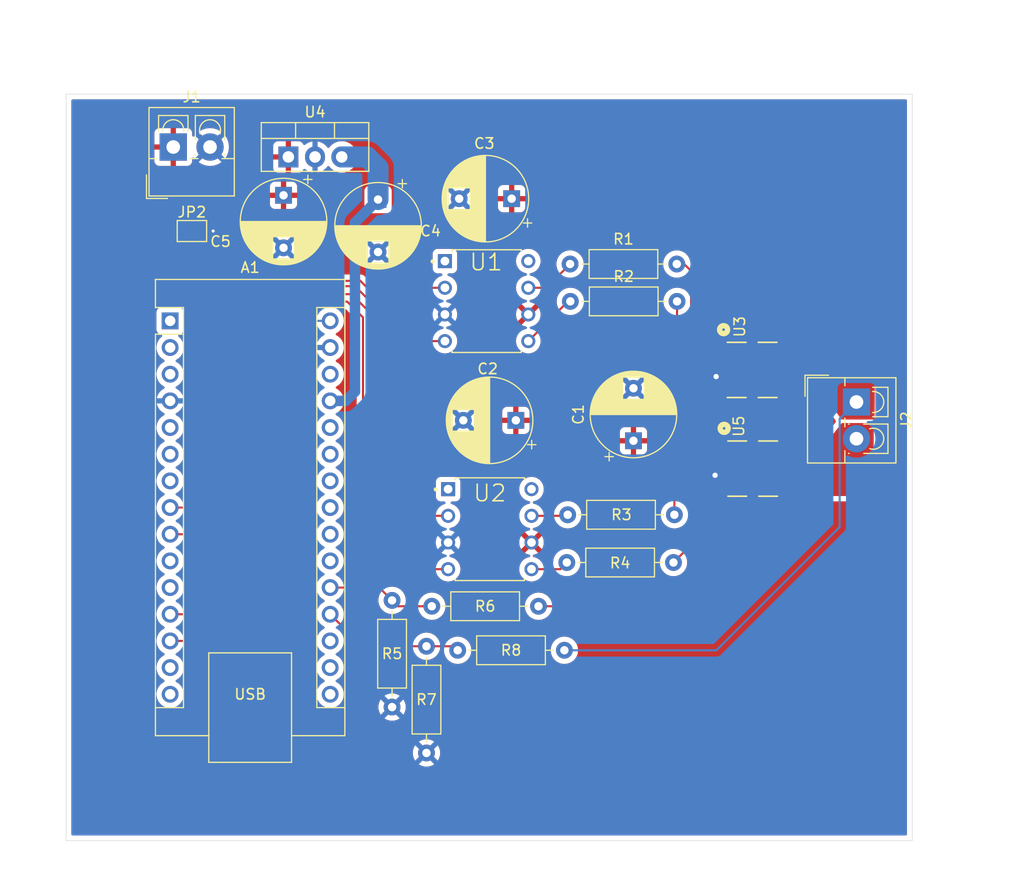
<source format=kicad_pcb>
(kicad_pcb (version 20240108) (generator "pcbnew") (generator_version "8.0")
  (layers (0 "F.Cu" signal) (31 "B.Cu" signal) (34 "B.Paste" user) (35 "F.Paste" user) (36 "B.SilkS" user "B.Silkscreen") (37 "F.SilkS" user "F.Silkscreen") (38 "B.Mask" user) (39 "F.Mask" user) (44 "Edge.Cuts" user))
  (net 0 "")
  (net 3 "/IN4")
  (net 12 "GND")
  (net 13 "/IN2")
  (net 14 "/IN1")
  (net 19 "/IN3")
  (net 21 "Net-(A1-A0)")
  (net 22 "Net-(A1-A1)")
  (net 27 "+5V")
  (net 29 "VCC")
  (net 30 "Net-(U1-~{OUT_A})")
  (net 31 "Net-(U1-~{OUT_B})")
  (net 32 "Net-(U2-~{OUT_A})")
  (net 33 "Net-(U2-~{OUT_B})")
  (net 34 "/OUT2")
  (net 35 "/OUT1")
  (net 36 "/VG1")
  (net 37 "/VG2")
  (net 38 "/VG3")
  (net 39 "/VG4")
  (net 40 "Net-(A1-VIN)")
  (footprint "Resistor_THT:R_Axial_DIN0207_L6.3mm_D2.5mm_P10.16mm_Horizontal" (layer "F.Cu") (at 143.6116 120.7008 90)
    (property "Reference" "R7" (at 5.08 0 0) (layer "F.SilkS"))
    (property "Value" "R")
    (pad "1" thru_hole circle (at 0 0 90) (size 1.6 1.6) (drill 0.8) (layers "*.Cu" "*.Mask") (net 12 "GND"))
    (pad "2" thru_hole oval (at 10.16 0 90) (size 1.6 1.6) (drill 0.8) (layers "*.Cu" "*.Mask") (net 21 "Net-(A1-A0)"))
  )
  (footprint "Resistor_THT:R_Axial_DIN0207_L6.3mm_D2.5mm_P10.16mm_Horizontal" (layer "F.Cu") (at 167.132 102.5652 180)
    (property "Reference" "R4" (at 5.08 -0.0508 180) (layer "F.SilkS"))
    (property "Value" "R")
    (pad "1" thru_hole circle (at 0 0 180) (size 1.6 1.6) (drill 0.8) (layers "*.Cu" "*.Mask") (net 39 "/VG4"))
    (pad "2" thru_hole oval (at 10.16 0 180) (size 1.6 1.6) (drill 0.8) (layers "*.Cu" "*.Mask") (net 33 "Net-(U2-~{OUT_B})"))
  )
  (footprint "Capacitor_THT:CP_Radial_D8.0mm_P5.00mm" (layer "F.Cu") (at 163.322 90.972451 90)
    (property "Reference" "C1" (at 2.5 -5.25 -90) (layer "F.SilkS"))
    (property "Value" "C_Polarized" (hide yes))
    (pad "1" thru_hole rect (at 0 0 90) (size 1.6 1.6) (drill 0.8) (layers "*.Cu" "*.Mask") (net 29 "VCC"))
    (pad "2" thru_hole circle (at 5 0 90) (size 1.6 1.6) (drill 0.8) (layers "*.Cu" "*.Mask") (net 12 "GND"))
  )
  (footprint "Resistor_THT:R_Axial_DIN0207_L6.3mm_D2.5mm_P10.16mm_Horizontal" (layer "F.Cu") (at 144.1196 106.7308)
    (property "Reference" "R6" (at 5.08 0 180) (layer "F.SilkS"))
    (property "Value" "R")
    (pad "1" thru_hole circle (at 0 0) (size 1.6 1.6) (drill 0.8) (layers "*.Cu" "*.Mask") (net 22 "Net-(A1-A1)"))
    (pad "2" thru_hole oval (at 10.16 0) (size 1.6 1.6) (drill 0.8) (layers "*.Cu" "*.Mask") (net 34 "/OUT2"))
  )
  (footprint "Jumper:SolderJumper-2_P1.3mm_Open_TrianglePad1.0x1.5mm" (layer "F.Cu") (at 121.275 71)
    (property "Reference" "JP2" (at 0 -1.8 0) (layer "F.SilkS"))
    (property "Value" "SolderJumper")
    (pad "1" smd custom (at -0.725 0) (size 0.3 0.3) (layers "F.Cu" "F.Mask") (net 29 "VCC") (options (clearance outline) (anchor rect)) (primitives (gr_poly (pts (xy 1 0) (xy 0.5 0.75) (xy -0.5 0.75) (xy -0.5 -0.75) (xy 0.5 -0.75)) (width 0) (fill yes))))
    (pad "2" smd custom (at 0.725 0) (size 0.3 0.3) (layers "F.Cu" "F.Mask") (net 40 "Net-(A1-VIN)") (options (clearance outline) (anchor rect)) (primitives (gr_poly (pts (xy 0.5 0.75) (xy -0.65 0.75) (xy -0.15 0) (xy -0.65 -0.75) (xy 0.5 -0.75)) (width 0) (fill yes))))
  )
  (footprint "Resistor_THT:R_Axial_DIN0207_L6.3mm_D2.5mm_P10.16mm_Horizontal" (layer "F.Cu") (at 146.5834 110.9218)
    (property "Reference" "R8" (at 5.08 0 0) (layer "F.SilkS"))
    (property "Value" "R")
    (pad "1" thru_hole circle (at 0 0) (size 1.6 1.6) (drill 0.8) (layers "*.Cu" "*.Mask") (net 21 "Net-(A1-A0)"))
    (pad "2" thru_hole oval (at 10.16 0) (size 1.6 1.6) (drill 0.8) (layers "*.Cu" "*.Mask") (net 35 "/OUT1"))
  )
  (footprint "TC4427:TC4427" (layer "F.Cu") (at 149.641749 99.3902)
    (property "Reference" "U2" (at 0 -3.429 0) (layer "F.SilkS") (effects (font (size 1.57748 1.57748))))
    (property "Value" "TC4427" (hide yes))
    (pad "1" thru_hole rect (at -3.97 -3.81) (size 1.338 1.338) (drill 0.83) (layers "*.Cu" "*.Mask"))
    (pad "2" thru_hole circle (at -3.97 -1.27) (size 1.338 1.338) (drill 0.83) (layers "*.Cu" "*.Mask") (net 19 "/IN3"))
    (pad "3" thru_hole circle (at -3.97 1.27) (size 1.338 1.338) (drill 0.83) (layers "*.Cu" "*.Mask") (net 12 "GND"))
    (pad "4" thru_hole circle (at -3.97 3.81) (size 1.338 1.338) (drill 0.83) (layers "*.Cu" "*.Mask") (net 3 "/IN4"))
    (pad "5" thru_hole circle (at 3.97 3.81) (size 1.338 1.338) (drill 0.83) (layers "*.Cu" "*.Mask") (net 33 "Net-(U2-~{OUT_B})"))
    (pad "6" thru_hole circle (at 3.97 1.27) (size 1.338 1.338) (drill 0.83) (layers "*.Cu" "*.Mask") (net 29 "VCC"))
    (pad "7" thru_hole circle (at 3.97 -1.27) (size 1.338 1.338) (drill 0.83) (layers "*.Cu" "*.Mask") (net 32 "Net-(U2-~{OUT_A})"))
    (pad "8" thru_hole circle (at 3.97 -3.81) (size 1.338 1.338) (drill 0.83) (layers "*.Cu" "*.Mask"))
  )
  (footprint "Resistor_THT:R_Axial_DIN0207_L6.3mm_D2.5mm_P10.16mm_Horizontal" (layer "F.Cu") (at 140.335 116.332 90)
    (property "Reference" "R5" (at 5.08 0 0) (layer "F.SilkS"))
    (property "Value" "R")
    (pad "1" thru_hole circle (at 0 0 90) (size 1.6 1.6) (drill 0.8) (layers "*.Cu" "*.Mask") (net 12 "GND"))
    (pad "2" thru_hole oval (at 10.16 0 90) (size 1.6 1.6) (drill 0.8) (layers "*.Cu" "*.Mask") (net 22 "Net-(A1-A1)"))
  )
  (footprint "Capacitor_THT:CP_Radial_D8.0mm_P5.00mm" (layer "F.Cu") (at 130 67.597349 -90)
    (property "Reference" "C5" (at 4.402651 6 180) (layer "F.SilkS"))
    (property "Value" "C")
    (pad "1" thru_hole rect (at 0 0 270) (size 1.6 1.6) (drill 0.8) (layers "*.Cu" "*.Mask") (net 29 "VCC"))
    (pad "2" thru_hole circle (at 5 0 270) (size 1.6 1.6) (drill 0.8) (layers "*.Cu" "*.Mask") (net 12 "GND"))
  )
  (footprint "Package_TO_SOT_THT:TO-220-3_Vertical" (layer "F.Cu") (at 130.46 63.945)
    (property "Reference" "U4" (at 2.54 -4.27 360) (layer "F.SilkS"))
    (property "Value" "LM7805")
    (pad "1" thru_hole rect (at 0 0) (size 1.905 2) (drill 1.1) (layers "*.Cu" "*.Mask") (net 29 "VCC"))
    (pad "2" thru_hole oval (at 2.54 0) (size 1.905 2) (drill 1.1) (layers "*.Cu" "*.Mask") (net 12 "GND"))
    (pad "3" thru_hole oval (at 5.08 0) (size 1.905 2) (drill 1.1) (layers "*.Cu" "*.Mask") (net 27 "+5V"))
  )
  (footprint "TerminalBlock_4Ucon:TerminalBlock_4Ucon_1x02_P3.50mm_Vertical" (layer "F.Cu") (at 119.5 63)
    (property "Reference" "J1" (at 1.75 -4.76 0) (layer "F.SilkS"))
    (property "Value" "Input")
    (pad "1" thru_hole rect (at 0 0) (size 2.6 2.6) (drill 1.3) (layers "*.Cu" "*.Mask") (net 29 "VCC"))
    (pad "2" thru_hole circle (at 3.5 0) (size 2.6 2.6) (drill 1.3) (layers "*.Cu" "*.Mask") (net 12 "GND"))
  )
  (footprint "Capacitor_THT:CP_Radial_D8.0mm_P5.00mm" (layer "F.Cu") (at 152.1206 89.027 180)
    (property "Reference" "C2" (at 2.682051 4.9022 180) (layer "F.SilkS"))
    (property "Value" "C" (hide yes))
    (pad "1" thru_hole rect (at 0 0 180) (size 1.6 1.6) (drill 0.8) (layers "*.Cu" "*.Mask") (net 29 "VCC"))
    (pad "2" thru_hole circle (at 5 0 180) (size 1.6 1.6) (drill 0.8) (layers "*.Cu" "*.Mask") (net 12 "GND"))
  )
  (footprint "Resistor_THT:R_Axial_DIN0207_L6.3mm_D2.5mm_P10.16mm_Horizontal" (layer "F.Cu") (at 157.312549 77.6986)
    (property "Reference" "R2" (at 5.08 -2.37 0) (layer "F.SilkS"))
    (property "Value" "R")
    (pad "1" thru_hole circle (at 0 0) (size 1.6 1.6) (drill 0.8) (layers "*.Cu" "*.Mask") (net 31 "Net-(U1-~{OUT_B})"))
    (pad "2" thru_hole oval (at 10.16 0) (size 1.6 1.6) (drill 0.8) (layers "*.Cu" "*.Mask") (net 37 "/VG2"))
  )
  (footprint "TC4427:TC4427" (layer "F.Cu") (at 149.336949 77.6732)
    (property "Reference" "U1" (at -0.0508 -3.7084 0) (layer "F.SilkS") (effects (font (size 1.57748 1.57748))))
    (property "Value" "TC4427")
    (pad "1" thru_hole rect (at -3.97 -3.81) (size 1.338 1.338) (drill 0.83) (layers "*.Cu" "*.Mask"))
    (pad "2" thru_hole circle (at -3.97 -1.27) (size 1.338 1.338) (drill 0.83) (layers "*.Cu" "*.Mask") (net 14 "/IN1"))
    (pad "3" thru_hole circle (at -3.97 1.27) (size 1.338 1.338) (drill 0.83) (layers "*.Cu" "*.Mask") (net 12 "GND"))
    (pad "4" thru_hole circle (at -3.97 3.81) (size 1.338 1.338) (drill 0.83) (layers "*.Cu" "*.Mask") (net 13 "/IN2"))
    (pad "5" thru_hole circle (at 3.97 3.81) (size 1.338 1.338) (drill 0.83) (layers "*.Cu" "*.Mask") (net 31 "Net-(U1-~{OUT_B})"))
    (pad "6" thru_hole circle (at 3.97 1.27) (size 1.338 1.338) (drill 0.83) (layers "*.Cu" "*.Mask") (net 29 "VCC"))
    (pad "7" thru_hole circle (at 3.97 -1.27) (size 1.338 1.338) (drill 0.83) (layers "*.Cu" "*.Mask") (net 30 "Net-(U1-~{OUT_A})"))
    (pad "8" thru_hole circle (at 3.97 -3.81) (size 1.338 1.338) (drill 0.83) (layers "*.Cu" "*.Mask"))
  )
  (footprint "Module:Arduino_Nano" (layer "F.Cu") (at 119.2022 79.5528)
    (property "Reference" "A1" (at 7.62 -5.08 0) (layer "F.SilkS"))
    (property "Value" "Arduino_Nano_v3.x")
    (fp_text user "USB" (at 7.62 35.56 0) (layer "F.SilkS"))
    (pad "1" thru_hole rect (at 0 0) (size 1.6 1.6) (drill 1) (layers "*.Cu" "*.Mask"))
    (pad "2" thru_hole oval (at 0 2.54) (size 1.6 1.6) (drill 1) (layers "*.Cu" "*.Mask"))
    (pad "3" thru_hole oval (at 0 5.08) (size 1.6 1.6) (drill 1) (layers "*.Cu" "*.Mask"))
    (pad "4" thru_hole oval (at 0 7.62) (size 1.6 1.6) (drill 1) (layers "*.Cu" "*.Mask") (net 12 "GND"))
    (pad "5" thru_hole oval (at 0 10.16) (size 1.6 1.6) (drill 1) (layers "*.Cu" "*.Mask"))
    (pad "6" thru_hole oval (at 0 12.7) (size 1.6 1.6) (drill 1) (layers "*.Cu" "*.Mask"))
    (pad "7" thru_hole oval (at 0 15.24) (size 1.6 1.6) (drill 1) (layers "*.Cu" "*.Mask"))
    (pad "8" thru_hole oval (at 0 17.78) (size 1.6 1.6) (drill 1) (layers "*.Cu" "*.Mask") (net 14 "/IN1"))
    (pad "9" thru_hole oval (at 0 20.32) (size 1.6 1.6) (drill 1) (layers "*.Cu" "*.Mask") (net 13 "/IN2"))
    (pad "10" thru_hole oval (at 0 22.86) (size 1.6 1.6) (drill 1) (layers "*.Cu" "*.Mask"))
    (pad "11" thru_hole oval (at 0 25.4) (size 1.6 1.6) (drill 1) (layers "*.Cu" "*.Mask"))
    (pad "12" thru_hole oval (at 0 27.94) (size 1.6 1.6) (drill 1) (layers "*.Cu" "*.Mask") (net 19 "/IN3"))
    (pad "13" thru_hole oval (at 0 30.48) (size 1.6 1.6) (drill 1) (layers "*.Cu" "*.Mask") (net 3 "/IN4"))
    (pad "14" thru_hole oval (at 0 33.02) (size 1.6 1.6) (drill 1) (layers "*.Cu" "*.Mask"))
    (pad "15" thru_hole oval (at 0 35.56) (size 1.6 1.6) (drill 1) (layers "*.Cu" "*.Mask"))
    (pad "16" thru_hole oval (at 15.24 35.56) (size 1.6 1.6) (drill 1) (layers "*.Cu" "*.Mask"))
    (pad "17" thru_hole oval (at 15.24 33.02) (size 1.6 1.6) (drill 1) (layers "*.Cu" "*.Mask"))
    (pad "18" thru_hole oval (at 15.24 30.48) (size 1.6 1.6) (drill 1) (layers "*.Cu" "*.Mask"))
    (pad "19" thru_hole oval (at 15.24 27.94) (size 1.6 1.6) (drill 1) (layers "*.Cu" "*.Mask") (net 21 "Net-(A1-A0)"))
    (pad "20" thru_hole oval (at 15.24 25.4) (size 1.6 1.6) (drill 1) (layers "*.Cu" "*.Mask") (net 22 "Net-(A1-A1)"))
    (pad "21" thru_hole oval (at 15.24 22.86) (size 1.6 1.6) (drill 1) (layers "*.Cu" "*.Mask"))
    (pad "22" thru_hole oval (at 15.24 20.32) (size 1.6 1.6) (drill 1) (layers "*.Cu" "*.Mask"))
    (pad "23" thru_hole oval (at 15.24 17.78) (size 1.6 1.6) (drill 1) (layers "*.Cu" "*.Mask"))
    (pad "24" thru_hole oval (at 15.24 15.24) (size 1.6 1.6) (drill 1) (layers "*.Cu" "*.Mask"))
    (pad "25" thru_hole oval (at 15.24 12.7) (size 1.6 1.6) (drill 1) (layers "*.Cu" "*.Mask"))
    (pad "26" thru_hole oval (at 15.24 10.16) (size 1.6 1.6) (drill 1) (layers "*.Cu" "*.Mask"))
    (pad "27" thru_hole oval (at 15.24 7.62) (size 1.6 1.6) (drill 1) (layers "*.Cu" "*.Mask") (net 27 "+5V"))
    (pad "28" thru_hole oval (at 15.24 5.08) (size 1.6 1.6) (drill 1) (layers "*.Cu" "*.Mask"))
    (pad "29" thru_hole oval (at 15.24 2.54) (size 1.6 1.6) (drill 1) (layers "*.Cu" "*.Mask") (net 12 "GND"))
    (pad "30" thru_hole oval (at 15.24 0) (size 1.6 1.6) (drill 1) (layers "*.Cu" "*.Mask") (net 40 "Net-(A1-VIN)"))
  )
  (footprint "Capacitor_THT:CP_Radial_D8.0mm_P5.00mm" (layer "F.Cu") (at 139 68 -90)
    (property "Reference" "C4" (at 3 -5 180) (layer "F.SilkS"))
    (property "Value" "C")
    (pad "1" thru_hole rect (at 0 0 270) (size 1.6 1.6) (drill 0.8) (layers "*.Cu" "*.Mask") (net 27 "+5V"))
    (pad "2" thru_hole circle (at 5 0 270) (size 1.6 1.6) (drill 0.8) (layers "*.Cu" "*.Mask") (net 12 "GND"))
  )
  (footprint "TerminalBlock_4Ucon:TerminalBlock_4Ucon_1x02_P3.50mm_Vertical" (layer "F.Cu") (at 184.5564 87.2796 -90)
    (property "Reference" "J2" (at 1.75 -4.76 90) (layer "F.SilkS"))
    (property "Value" "Output")
    (pad "1" thru_hole rect (at 0 0 270) (size 2.6 2.6) (drill 1.3) (layers "*.Cu" "*.Mask") (net 35 "/OUT1"))
    (pad "2" thru_hole circle (at 3.5 0 270) (size 2.6 2.6) (drill 1.3) (layers "*.Cu" "*.Mask") (net 34 "/OUT2"))
  )
  (footprint "Resistor_THT:R_Axial_DIN0207_L6.3mm_D2.5mm_P10.16mm_Horizontal" (layer "F.Cu") (at 157.287149 74.1426)
    (property "Reference" "R1" (at 5.08 -2.37 0) (layer "F.SilkS"))
    (property "Value" "R")
    (pad "1" thru_hole circle (at 0 0) (size 1.6 1.6) (drill 0.8) (layers "*.Cu" "*.Mask") (net 30 "Net-(U1-~{OUT_A})"))
    (pad "2" thru_hole oval (at 10.16 0) (size 1.6 1.6) (drill 0.8) (layers "*.Cu" "*.Mask") (net 36 "/VG1"))
  )
  (footprint "SQJ500AEP-T1-GE3:SQJ500AEP-T1-GE3" (layer "F.Cu") (at 174.6758 93.6244)
    (property "Reference" "U5" (at -1.3208 -4.0386 90) (layer "F.SilkS"))
    (property "Value" "SQJ500AEP-T1_GE3" (hide yes))
    (fp_poly (pts (xy -0.913892 0.25146) (xy 3.073908 0.25146) (xy 3.073908 2.5019) (xy 2.667508 2.4664) (xy 2.667508 1.9838) (xy 0.254 1.9812) (xy 0.254 2.5654) (xy -0.254 2.5654) (xy -0.254 1.9812) (xy -0.913892 1.97866)) (fill solid) (layer "F.Cu"))
    (fp_poly (pts (xy -0.254 -2.5654) (xy -0.254 -1.9812) (xy -0.913892 -1.9786) (xy -0.913892 -0.2514) (xy 3.073908 -0.2514) (xy 3.073908 -2.4612) (xy 2.667508 -2.4612) (xy 2.667508 -1.9786) (xy 0.254 -1.9812) (xy 0.254 -2.5654)) (fill solid) (layer "F.Cu"))
    (pad "1" smd rect (at -2.715001 -1.905) (size 0.7112 0.4064) (layers "F.Cu" "F.Paste" "F.Mask") (net 29 "VCC"))
    (pad "2" smd rect (at -2.715001 -0.635) (size 0.7112 0.4064) (layers "F.Cu" "F.Paste" "F.Mask") (net 38 "/VG3"))
    (pad "3" smd rect (at -2.715001 0.635) (size 0.7112 0.4064) (layers "F.Cu" "F.Paste" "F.Mask") (net 12 "GND"))
    (pad "4" smd rect (at -2.715001 1.905) (size 0.7112 0.4064) (layers "F.Cu" "F.Paste" "F.Mask") (net 39 "/VG4"))
    (pad "5" smd rect (at 1.080008 -1.115) (size 3.9878 1.7272) (layers "F.Cu" "F.Paste" "F.Mask") (net 34 "/OUT2"))
    (pad "6" smd rect (at 1.080008 1.11506) (size 3.9878 1.7272) (layers "F.Cu" "F.Paste" "F.Mask") (net 34 "/OUT2"))
  )
  (footprint "Resistor_THT:R_Axial_DIN0207_L6.3mm_D2.5mm_P10.16mm_Horizontal" (layer "F.Cu") (at 167.218549 98.0186 180)
    (property "Reference" "R3" (at 5.039549 0 180) (layer "F.SilkS"))
    (property "Value" "R")
    (pad "1" thru_hole circle (at 0 0 180) (size 1.6 1.6) (drill 0.8) (layers "*.Cu" "*.Mask") (net 38 "/VG3"))
    (pad "2" thru_hole oval (at 10.16 0 180) (size 1.6 1.6) (drill 0.8) (layers "*.Cu" "*.Mask") (net 32 "Net-(U2-~{OUT_A})"))
  )
  (footprint "SQJ500AEP-T1-GE3:SQJ500AEP-T1-GE3" (layer "F.Cu") (at 174.622201 84.2264)
    (property "Reference" "U3" (at -1.180592 -4.11734 90) (layer "F.SilkS"))
    (property "Value" "SQJ500AEP-T1_GE3" (hide yes))
    (fp_poly (pts (xy -0.913892 0.25146) (xy 3.073908 0.25146) (xy 3.073908 2.5019) (xy 2.667508 2.4664) (xy 2.667508 1.9838) (xy 0.254 1.9812) (xy 0.254 2.5654) (xy -0.254 2.5654) (xy -0.254 1.9812) (xy -0.913892 1.97866)) (fill solid) (layer "F.Cu"))
    (fp_poly (pts (xy -0.254 -2.5654) (xy -0.254 -1.9812) (xy -0.913892 -1.9786) (xy -0.913892 -0.2514) (xy 3.073908 -0.2514) (xy 3.073908 -2.4612) (xy 2.667508 -2.4612) (xy 2.667508 -1.9786) (xy 0.254 -1.9812) (xy 0.254 -2.5654)) (fill solid) (layer "F.Cu"))
    (pad "1" smd rect (at -2.715001 -1.905) (size 0.7112 0.4064) (layers "F.Cu" "F.Paste" "F.Mask") (net 29 "VCC"))
    (pad "2" smd rect (at -2.715001 -0.635) (size 0.7112 0.4064) (layers "F.Cu" "F.Paste" "F.Mask") (net 36 "/VG1"))
    (pad "3" smd rect (at -2.715001 0.635) (size 0.7112 0.4064) (layers "F.Cu" "F.Paste" "F.Mask") (net 12 "GND"))
    (pad "4" smd rect (at -2.715001 1.905) (size 0.7112 0.4064) (layers "F.Cu" "F.Paste" "F.Mask") (net 37 "/VG2"))
    (pad "5" smd rect (at 1.080008 -1.115) (size 3.9878 1.7272) (layers "F.Cu" "F.Paste" "F.Mask") (net 35 "/OUT1"))
    (pad "6" smd rect (at 1.080008 1.11506) (size 3.9878 1.7272) (layers "F.Cu" "F.Paste" "F.Mask") (net 35 "/OUT1"))
  )
  (footprint "Capacitor_THT:CP_Radial_D8.0mm_P5.00mm" (layer "F.Cu") (at 151.724549 67.9196 180)
    (property "Reference" "C3" (at 2.605851 5.2578 180) (layer "F.SilkS"))
    (property "Value" "C" (hide yes))
    (pad "1" thru_hole rect (at 0 0 180) (size 1.6 1.6) (drill 0.8) (layers "*.Cu" "*.Mask") (net 29 "VCC"))
    (pad "2" thru_hole circle (at 5 0 180) (size 1.6 1.6) (drill 0.8) (layers "*.Cu" "*.Mask") (net 12 "GND"))
  )
  (gr_poly (pts (xy 177.749708 91.1632) (xy 181.8132 91.1606) (xy 183.2102 89.3826) (xy 186.1058 89.3826) (xy 186.0804 96.139) (xy 177.749708 96.1263) (xy 174.4218 96.1898) (xy 174.4218 91.059)) (stroke (width 0.2)) (fill solid) (layer "F.Cu") (net 34))
  (gr_poly (pts (xy 174.368201 81.661) (xy 178.3334 81.6356) (xy 186.2328 81.6102) (xy 186.182 88.8492) (xy 183.1594 88.8492) (xy 181.7878 86.741) (xy 174.368201 86.7918)) (stroke (width 0.2)) (fill solid) (layer "F.Cu") (net 35))
  (gr_rect (start 109.2962 57.9628) (end 189.865 129.0574) (stroke (width 0.05)) (fill none) (layer "Edge.Cuts"))
  (segment (start 133.4008 77.724) (end 132.4102 78.7146) (width 0.2) (layer "F.Cu") (net 3))
  (segment (start 139.192 103.2002) (end 137.5664 101.5746) (width 0.2) (layer "F.Cu") (net 3))
  (segment (start 128.143 110.0328) (end 119.2022 110.0328) (width 0.2) (layer "F.Cu") (net 3))
  (segment (start 137.5664 79.2226) (end 136.0678 77.724) (width 0.2) (layer "F.Cu") (net 3))
  (segment (start 136.0678 77.724) (end 133.4008 77.724) (width 0.2) (layer "F.Cu") (net 3))
  (segment (start 132.4102 78.7146) (end 132.4102 105.7656) (width 0.2) (layer "F.Cu") (net 3))
  (segment (start 132.4102 105.7656) (end 128.143 110.0328) (width 0.2) (layer "F.Cu") (net 3))
  (segment (start 137.5664 101.5746) (end 137.5664 79.2226) (width 0.2) (layer "F.Cu") (net 3))
  (segment (start 145.671749 103.2002) (end 139.192 103.2002) (width 0.2) (layer "F.Cu") (net 3))
  (segment (start 171.0944 94.2594) (end 171.909999 94.2594) (width 0.4) (layer "F.Cu") (net 12))
  (segment (start 171.935399 94.2848) (end 171.960799 94.2594) (width 0.2) (layer "F.Cu") (net 12))
  (segment (start 171.909999 94.2594) (end 171.935399 94.2848) (width 0.4) (layer "F.Cu") (net 12))
  (segment (start 171.196 84.8614) (end 171.9072 84.8614) (width 0.4) (layer "F.Cu") (net 12))
  (via (at 171.196 84.8614) (size 1) (drill 0.5) (layers "F.Cu" "B.Cu") (net 12))
  (via (at 171.0944 94.2594) (size 1) (drill 0.5) (layers "F.Cu" "B.Cu") (net 12))
  (segment (start 130.8608 78.5114) (end 130.8608 97.5614) (width 0.2) (layer "F.Cu") (net 13))
  (segment (start 133.1214 76.2508) (end 130.8608 78.5114) (width 0.2) (layer "F.Cu") (net 13))
  (segment (start 145.366949 81.4832) (end 142.0368 81.4832) (width 0.2) (layer "F.Cu") (net 13))
  (segment (start 142.0368 81.4832) (end 136.8044 76.2508) (width 0.2) (layer "F.Cu") (net 13))
  (segment (start 128.5494 99.8728) (end 119.2022 99.8728) (width 0.2) (layer "F.Cu") (net 13))
  (segment (start 130.8608 97.5614) (end 128.5494 99.8728) (width 0.2) (layer "F.Cu") (net 13))
  (segment (start 136.8044 76.2508) (end 133.1214 76.2508) (width 0.2) (layer "F.Cu") (net 13))
  (segment (start 130.1496 78.4098) (end 130.1496 93.9038) (width 0.2) (layer "F.Cu") (net 14))
  (segment (start 137.3124 75.7428) (end 132.8166 75.7428) (width 0.2) (layer "F.Cu") (net 14))
  (segment (start 126.7206 97.3328) (end 119.2022 97.3328) (width 0.2) (layer "F.Cu") (net 14))
  (segment (start 145.366949 76.4032) (end 137.9728 76.4032) (width 0.2) (layer "F.Cu") (net 14))
  (segment (start 137.9728 76.4032) (end 137.3124 75.7428) (width 0.2) (layer "F.Cu") (net 14))
  (segment (start 130.1496 93.9038) (end 126.7206 97.3328) (width 0.2) (layer "F.Cu") (net 14))
  (segment (start 132.8166 75.7428) (end 130.1496 78.4098) (width 0.2) (layer "F.Cu") (net 14))
  (segment (start 129.2606 107.4928) (end 119.2022 107.4928) (width 0.2) (layer "F.Cu") (net 19))
  (segment (start 138.3792 78.9178) (end 136.4742 77.0128) (width 0.2) (layer "F.Cu") (net 19))
  (segment (start 133.2738 77.0128) (end 131.6736 78.613) (width 0.2) (layer "F.Cu") (net 19))
  (segment (start 131.6736 105.0798) (end 129.2606 107.4928) (width 0.2) (layer "F.Cu") (net 19))
  (segment (start 136.4742 77.0128) (end 133.2738 77.0128) (width 0.2) (layer "F.Cu") (net 19))
  (segment (start 145.671749 98.1202) (end 140.8938 98.1202) (width 0.2) (layer "F.Cu") (net 19))
  (segment (start 131.6736 78.613) (end 131.6736 105.0798) (width 0.2) (layer "F.Cu") (net 19))
  (segment (start 140.8938 98.1202) (end 138.3792 95.6056) (width 0.2) (layer "F.Cu") (net 19))
  (segment (start 138.3792 95.6056) (end 138.3792 78.9178) (width 0.2) (layer "F.Cu") (net 19))
  (segment (start 146.2024 110.5408) (end 146.5834 110.9218) (width 0.2) (layer "F.Cu") (net 21))
  (segment (start 143.6116 110.5408) (end 146.2024 110.5408) (width 0.2) (layer "F.Cu") (net 21))
  (segment (start 134.4422 107.4928) (end 137.4902 110.5408) (width 0.2) (layer "F.Cu") (net 21))
  (segment (start 137.4902 110.5408) (end 143.6116 110.5408) (width 0.2) (layer "F.Cu") (net 21))
  (segment (start 134.4422 104.9528) (end 139.1158 104.9528) (width 0.2) (layer "F.Cu") (net 22))
  (segment (start 140.335 106.172) (end 140.3604 106.172) (width 0.2) (layer "F.Cu") (net 22))
  (segment (start 140.3604 106.172) (end 140.9192 106.7308) (width 0.2) (layer "F.Cu") (net 22))
  (segment (start 140.9192 106.7308) (end 144.1196 106.7308) (width 0.2) (layer "F.Cu") (net 22))
  (segment (start 139.1158 104.9528) (end 140.335 106.172) (width 0.2) (layer "F.Cu") (net 22))
  (segment (start 135.54 63.945) (end 137.945 63.945) (width 2) (layer "B.Cu") (net 27))
  (segment (start 136.8 70.2) (end 139 68) (width 1) (layer "B.Cu") (net 27))
  (segment (start 139 65) (end 139 68) (width 2) (layer "B.Cu") (net 27))
  (segment (start 136.8 86.3) (end 136.8 70.2) (width 1) (layer "B.Cu") (net 27))
  (segment (start 135.9272 87.1728) (end 136.8 86.3) (width 1) (layer "B.Cu") (net 27))
  (segment (start 137.945 63.945) (end 139 65) (width 2) (layer "B.Cu") (net 27))
  (segment (start 134.4422 87.1728) (end 135.9272 87.1728) (width 1) (layer "B.Cu") (net 27))
  (segment (start 153.306949 76.4032) (end 155.026549 76.4032) (width 0.2) (layer "F.Cu") (net 30))
  (segment (start 155.026549 76.4032) (end 157.287149 74.1426) (width 0.2) (layer "F.Cu") (net 30))
  (segment (start 157.091549 77.6986) (end 157.312549 77.6986) (width 0.2) (layer "F.Cu") (net 31))
  (segment (start 153.306949 81.4832) (end 157.091549 77.6986) (width 0.2) (layer "F.Cu") (net 31))
  (segment (start 153.611749 98.1202) (end 156.956949 98.1202) (width 0.2) (layer "F.Cu") (net 32))
  (segment (start 156.956949 98.1202) (end 157.058549 98.0186) (width 0.2) (layer "F.Cu") (net 32))
  (segment (start 153.611749 103.2002) (end 156.337 103.2002) (width 0.2) (layer "F.Cu") (net 33))
  (segment (start 156.337 103.2002) (end 156.972 102.5652) (width 0.2) (layer "F.Cu") (net 33))
  (segment (start 180.2638 94.036472) (end 180.2638 92.7862) (width 0.2) (layer "F.Cu") (net 34))
  (segment (start 154.2796 106.7308) (end 167.569472 106.7308) (width 0.2) (layer "F.Cu") (net 34))
  (segment (start 167.569472 106.7308) (end 180.2638 94.036472) (width 0.2) (layer "F.Cu") (net 34))
  (segment (start 184.5564 87.2796) (end 182.9564 88.8796) (width 0.2) (layer "B.Cu") (net 35))
  (segment (start 182.9564 99.1868) (end 171.2214 110.9218) (width 0.2) (layer "B.Cu") (net 35))
  (segment (start 171.2214 110.9218) (end 156.7434 110.9218) (width 0.2) (layer "B.Cu") (net 35))
  (segment (start 182.9564 88.8796) (end 182.9564 99.1868) (width 0.2) (layer "B.Cu") (net 35))
  (segment (start 168.148 74.1426) (end 168.8084 74.803) (width 0.2) (layer "F.Cu") (net 36))
  (segment (start 167.447149 74.1426) (end 168.148 74.1426) (width 0.2) (layer "F.Cu") (net 36))
  (segment (start 170.4086 83.5914) (end 171.9072 83.5914) (width 0.2) (layer "F.Cu") (net 36))
  (segment (start 168.8084 74.803) (end 168.8084 81.9912) (width 0.2) (layer "F.Cu") (net 36))
  (segment (start 168.8084 81.9912) (end 170.4086 83.5914) (width 0.2) (layer "F.Cu") (net 36))
  (segment (start 169.9768 86.1314) (end 171.9072 86.1314) (width 0.2) (layer "F.Cu") (net 37))
  (segment (start 167.472549 83.677949) (end 169.9514 86.1568) (width 0.2) (layer "F.Cu") (net 37))
  (segment (start 167.472549 77.6986) (end 167.472549 83.677949) (width 0.2) (layer "F.Cu") (net 37))
  (segment (start 169.9514 86.1568) (end 169.9768 86.1314) (width 0.2) (layer "F.Cu") (net 37))
  (segment (start 170.1546 92.9894) (end 171.960799 92.9894) (width 0.2) (layer "F.Cu") (net 38))
  (segment (start 167.218549 95.925451) (end 170.1546 92.9894) (width 0.2) (layer "F.Cu") (net 38))
  (segment (start 167.218549 98.0186) (end 167.218549 95.925451) (width 0.2) (layer "F.Cu") (net 38))
  (segment (start 170.2816 95.5294) (end 171.960799 95.5294) (width 0.2) (layer "F.Cu") (net 39))
  (segment (start 168.656 101.0412) (end 168.656 97.155) (width 0.2) (layer "F.Cu") (net 39))
  (segment (start 168.656 97.155) (end 170.2816 95.5294) (width 0.2) (layer "F.Cu") (net 39))
  (segment (start 167.132 102.5652) (end 168.656 101.0412) (width 0.2) (layer "F.Cu") (net 39))
  (segment (start 122 71) (end 123.3 71) (width 0.2) (layer "F.Cu") (net 40))
  (via (at 123.3 71) (size 0.6) (drill 0.3) (layers "F.Cu" "B.Cu") (net 40))
  (segment (start 123.3 77.6) (end 125.2528 79.5528) (width 0.2) (layer "B.Cu") (net 40))
  (segment (start 123.3 71) (end 123.3 77.6) (width 0.2) (layer "B.Cu") (net 40))
  (segment (start 125.2528 79.5528) (end 134.4422 79.5528) (width 0.2) (layer "B.Cu") (net 40))
  (zone (net 29) (net_name "VCC") (layer "F.Cu") (priority 1) (connect_pads thru_hole_only (clearance 0.5)) (min_thickness 0.25) (fill yes (thermal_gap 0.5) (thermal_bridge_width 0.5))
    (polygon (pts (xy 200 49) (xy 194 49) (xy 103 49) (xy 103.2256 133.4008) (xy 200.533 133)))
  )
  (zone (net 12) (net_name "GND") (layer "B.Cu") (connect_pads (clearance 0.5)) (min_thickness 0.25) (fill yes (thermal_gap 0.5) (thermal_bridge_width 0.5))
    (polygon (pts (xy 103 49) (xy 200 49) (xy 200 133) (xy 107.4166 132.5626)))
  )
)
</source>
